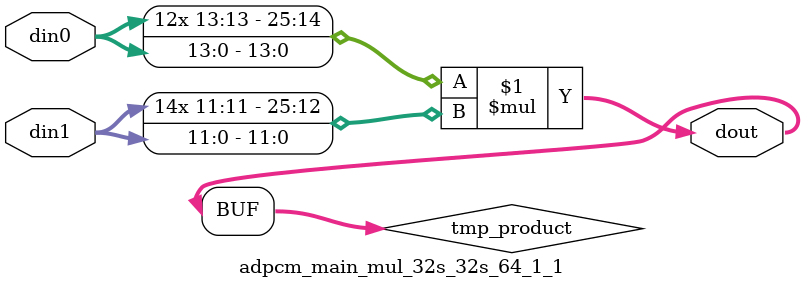
<source format=v>

`timescale 1 ns / 1 ps

  module adpcm_main_mul_32s_32s_64_1_1(din0, din1, dout);
parameter ID = 1;
parameter NUM_STAGE = 0;
parameter din0_WIDTH = 14;
parameter din1_WIDTH = 12;
parameter dout_WIDTH = 26;

input [din0_WIDTH - 1 : 0] din0; 
input [din1_WIDTH - 1 : 0] din1; 
output [dout_WIDTH - 1 : 0] dout;

wire signed [dout_WIDTH - 1 : 0] tmp_product;













assign tmp_product = $signed(din0) * $signed(din1);








assign dout = tmp_product;







endmodule

</source>
